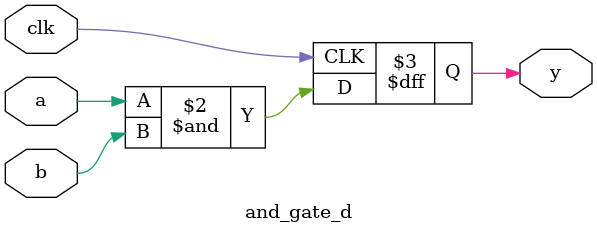
<source format=v>
`timescale 1ns / 1ps


module and_gate_d(input wire clk,     
    input wire a,     
    input wire b,      
    output reg y       
);

always @(posedge clk) begin
    y <= a & b;        
end

endmodule



</source>
